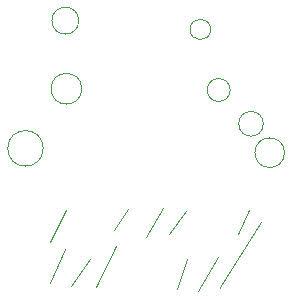
<source format=gto>
G04 #@! TF.GenerationSoftware,KiCad,Pcbnew,5.1.6-c6e7f7d~87~ubuntu18.04.1*
G04 #@! TF.CreationDate,2020-07-20T19:22:24+02:00*
G04 #@! TF.ProjectId,cloud-demo,636c6f75-642d-4646-956d-6f2e6b696361,rev?*
G04 #@! TF.SameCoordinates,Original*
G04 #@! TF.FileFunction,Legend,Top*
G04 #@! TF.FilePolarity,Positive*
%FSLAX46Y46*%
G04 Gerber Fmt 4.6, Leading zero omitted, Abs format (unit mm)*
G04 Created by KiCad (PCBNEW 5.1.6-c6e7f7d~87~ubuntu18.04.1) date 2020-07-20 19:22:24*
%MOMM*%
%LPD*%
G01*
G04 APERTURE LIST*
%ADD10C,0.120000*%
%ADD11C,0.010000*%
%ADD12O,1.800000X1.800000*%
%ADD13R,1.800000X1.800000*%
G04 APERTURE END LIST*
D10*
X142090960Y-84170000D02*
G75*
G03*
X142090960Y-84170000I-1250960J0D01*
G01*
X137490824Y-78860000D02*
G75*
G03*
X137490824Y-78860000I-970824J0D01*
G01*
X135844586Y-73730000D02*
G75*
G03*
X135844586Y-73730000I-874586J0D01*
G01*
X124674548Y-72990000D02*
G75*
G03*
X124674548Y-72990000I-1134548J0D01*
G01*
X124931730Y-78750000D02*
G75*
G03*
X124931730Y-78750000I-1301730J0D01*
G01*
X121663729Y-83800000D02*
G75*
G03*
X121663729Y-83800000I-1503729J0D01*
G01*
X140302017Y-81720000D02*
G75*
G03*
X140302017Y-81720000I-1042017J0D01*
G01*
X123630000Y-89060000D02*
X122230000Y-91740000D01*
X123550000Y-92350000D02*
X122200000Y-95240000D01*
X125630000Y-93130000D02*
X124060000Y-95490000D01*
X133820000Y-93130000D02*
X133030000Y-95740000D01*
X127850000Y-92100000D02*
X126170000Y-95560000D01*
X128850000Y-88910000D02*
X127700000Y-90700000D01*
X131780000Y-88880000D02*
X130350000Y-91270000D01*
X133750000Y-89090000D02*
X132350000Y-91090000D01*
X139080000Y-89020000D02*
X138180000Y-91090000D01*
X136470000Y-92990000D02*
X134790000Y-95890000D01*
X136650000Y-95560000D02*
X136650000Y-95600000D01*
X140080000Y-90020000D02*
X136650000Y-95560000D01*
%LPC*%
D11*
G36*
X137548996Y-69671742D02*
G01*
X138227108Y-69732416D01*
X138436524Y-69763274D01*
X139364180Y-69963460D01*
X140147210Y-70233775D01*
X140798634Y-70582534D01*
X141331474Y-71018051D01*
X141758750Y-71548643D01*
X142041799Y-72065561D01*
X142222459Y-72627748D01*
X142308133Y-73293214D01*
X142299552Y-74025553D01*
X142197446Y-74788360D01*
X142002547Y-75545228D01*
X141969987Y-75642582D01*
X141894329Y-75901568D01*
X141863068Y-76093551D01*
X141875225Y-76163513D01*
X141983298Y-76217393D01*
X142205470Y-76303279D01*
X142494171Y-76402810D01*
X142501402Y-76405175D01*
X143095031Y-76654464D01*
X143609386Y-76999522D01*
X144082993Y-77469202D01*
X144324732Y-77770636D01*
X144847172Y-78545683D01*
X145216594Y-79285299D01*
X145440099Y-80009154D01*
X145524787Y-80736919D01*
X145519038Y-81079237D01*
X145468490Y-81547531D01*
X145372359Y-81890181D01*
X145304171Y-82027160D01*
X145125778Y-82329513D01*
X145401703Y-82630753D01*
X145573589Y-82854241D01*
X145775986Y-83169946D01*
X145969586Y-83515819D01*
X145999140Y-83573840D01*
X146270142Y-84265644D01*
X146380143Y-84933419D01*
X146327933Y-85568450D01*
X146294660Y-85702533D01*
X146135629Y-86040404D01*
X145852629Y-86414819D01*
X145477188Y-86795286D01*
X145040834Y-87151310D01*
X144575097Y-87452397D01*
X144380145Y-87554249D01*
X144044201Y-87705269D01*
X143712246Y-87826196D01*
X143360336Y-87920173D01*
X142964528Y-87990342D01*
X142500879Y-88039846D01*
X141945446Y-88071827D01*
X141274284Y-88089430D01*
X140463452Y-88095795D01*
X140252688Y-88096000D01*
X138030271Y-88096000D01*
X137148635Y-88700455D01*
X136807361Y-88935627D01*
X136515214Y-89139178D01*
X136301617Y-89290450D01*
X136195993Y-89368787D01*
X136192911Y-89371444D01*
X136228773Y-89420088D01*
X136395031Y-89482053D01*
X136637411Y-89540005D01*
X136906692Y-89599485D01*
X137094179Y-89653324D01*
X137156000Y-89686460D01*
X137104375Y-89764729D01*
X136964119Y-89943927D01*
X136757160Y-90196724D01*
X136526312Y-90471257D01*
X135896625Y-91211624D01*
X136907312Y-91317353D01*
X137297699Y-91363005D01*
X137618005Y-91409626D01*
X137835627Y-91451816D01*
X137917957Y-91484174D01*
X137918000Y-91484752D01*
X137853321Y-91548884D01*
X137673390Y-91697373D01*
X137399366Y-91914245D01*
X137052407Y-92183528D01*
X136653671Y-92489249D01*
X136224318Y-92815434D01*
X135785506Y-93146111D01*
X135358393Y-93465308D01*
X134964138Y-93757051D01*
X134623900Y-94005367D01*
X134358837Y-94194284D01*
X134190107Y-94307829D01*
X134145725Y-94332484D01*
X134017174Y-94308226D01*
X133974530Y-94248003D01*
X133995319Y-94120496D01*
X134096355Y-93877777D01*
X134265390Y-93546477D01*
X134436160Y-93244386D01*
X134948020Y-92371667D01*
X134274409Y-92347082D01*
X133600799Y-92322498D01*
X134193066Y-91439738D01*
X134417727Y-91101771D01*
X134603255Y-90816744D01*
X134731631Y-90612769D01*
X134784840Y-90517963D01*
X134785334Y-90515531D01*
X134707800Y-90491961D01*
X134503619Y-90468684D01*
X134215415Y-90450426D01*
X134187247Y-90449209D01*
X133589161Y-90424333D01*
X134446283Y-89281333D01*
X135303404Y-88138333D01*
X131328962Y-88116344D01*
X127354519Y-88094354D01*
X126701115Y-88539677D01*
X126047710Y-88985000D01*
X126564188Y-89105555D01*
X126832085Y-89175210D01*
X127018771Y-89237360D01*
X127080658Y-89274889D01*
X127029023Y-89355254D01*
X126889139Y-89535417D01*
X126683530Y-89787100D01*
X126480325Y-90028611D01*
X126240909Y-90314676D01*
X126052310Y-90549497D01*
X125935680Y-90706097D01*
X125908833Y-90757484D01*
X125999184Y-90775968D01*
X126224158Y-90808739D01*
X126550101Y-90851207D01*
X126943358Y-90898783D01*
X126953667Y-90899987D01*
X127969667Y-91018560D01*
X126082585Y-92439850D01*
X125586061Y-92812238D01*
X125129622Y-93151558D01*
X124731856Y-93444230D01*
X124411355Y-93676673D01*
X124186708Y-93835307D01*
X124076504Y-93906549D01*
X124072466Y-93908355D01*
X123944108Y-93914734D01*
X123919461Y-93794590D01*
X123998978Y-93546286D01*
X124183112Y-93168189D01*
X124369945Y-92833282D01*
X124881537Y-91948333D01*
X124245435Y-91923605D01*
X123941621Y-91906710D01*
X123716762Y-91884518D01*
X123612193Y-91861339D01*
X123609334Y-91857283D01*
X123653845Y-91775161D01*
X123775366Y-91581007D01*
X123955877Y-91302943D01*
X124177361Y-90969092D01*
X124201510Y-90933063D01*
X124793687Y-90050438D01*
X123505685Y-90001000D01*
X124960573Y-88111022D01*
X122443453Y-88074906D01*
X121643550Y-88061862D01*
X120988817Y-88045503D01*
X120455091Y-88022088D01*
X120018208Y-87987877D01*
X119654005Y-87939129D01*
X119338319Y-87872102D01*
X119046987Y-87783057D01*
X118755846Y-87668252D01*
X118440733Y-87523946D01*
X118233000Y-87423067D01*
X117507491Y-86978512D01*
X116882730Y-86415168D01*
X116376414Y-85754294D01*
X116006242Y-85017144D01*
X115864974Y-84578815D01*
X115779462Y-84090158D01*
X115742067Y-83512852D01*
X115746491Y-83270000D01*
X117220964Y-83270000D01*
X117236276Y-83662205D01*
X117273159Y-84043190D01*
X117324202Y-84340405D01*
X117334216Y-84379032D01*
X117560375Y-84895308D01*
X117928339Y-85385363D01*
X118410580Y-85822372D01*
X118979572Y-86179510D01*
X119350699Y-86344122D01*
X119841667Y-86529667D01*
X130848334Y-86572000D01*
X132483213Y-86578257D01*
X133957558Y-86583767D01*
X135280163Y-86588464D01*
X136459827Y-86592278D01*
X137505345Y-86595144D01*
X138425515Y-86596993D01*
X139229132Y-86597757D01*
X139924993Y-86597370D01*
X140521896Y-86595765D01*
X141028636Y-86592872D01*
X141454011Y-86588626D01*
X141806817Y-86582958D01*
X142095850Y-86575802D01*
X142329907Y-86567089D01*
X142517785Y-86556752D01*
X142668281Y-86544724D01*
X142790191Y-86530937D01*
X142892311Y-86515323D01*
X142983439Y-86497816D01*
X143072371Y-86478348D01*
X143072879Y-86478233D01*
X143668557Y-86272824D01*
X144225443Y-85926877D01*
X144534026Y-85663558D01*
X144786412Y-85402537D01*
X144913452Y-85180886D01*
X144929880Y-84942836D01*
X144850431Y-84632617D01*
X144825502Y-84560318D01*
X144642017Y-84135817D01*
X144427227Y-83791881D01*
X144203390Y-83558883D01*
X144027695Y-83471705D01*
X143899470Y-83426354D01*
X143796513Y-83326535D01*
X143694546Y-83137231D01*
X143569289Y-82823425D01*
X143558893Y-82795544D01*
X143324906Y-82166345D01*
X143667419Y-81777230D01*
X143935701Y-81407864D01*
X144062957Y-81043443D01*
X144063417Y-80628635D01*
X144022803Y-80395497D01*
X143895141Y-79980876D01*
X143691566Y-79524771D01*
X143435883Y-79064971D01*
X143151896Y-78639269D01*
X142863412Y-78285457D01*
X142594235Y-78041324D01*
X142505727Y-77987092D01*
X142161667Y-77842689D01*
X141702856Y-77695873D01*
X141182994Y-77561482D01*
X140655783Y-77454349D01*
X140469545Y-77424580D01*
X140153118Y-77370730D01*
X139913316Y-77315482D01*
X139789421Y-77268425D01*
X139780667Y-77256429D01*
X139812027Y-77152820D01*
X139895766Y-76933920D01*
X140016368Y-76639565D01*
X140071986Y-76508381D01*
X140451019Y-75539901D01*
X140707678Y-74684439D01*
X140840022Y-73935978D01*
X140846108Y-73288499D01*
X140723995Y-72735984D01*
X140471740Y-72272413D01*
X140087402Y-71891768D01*
X139569040Y-71588031D01*
X138914710Y-71355183D01*
X138368950Y-71230050D01*
X137863164Y-71163810D01*
X137237940Y-71127025D01*
X136540427Y-71118767D01*
X135817771Y-71138107D01*
X135117122Y-71184118D01*
X134485626Y-71255873D01*
X134148333Y-71313115D01*
X132787958Y-71653186D01*
X131549796Y-72107566D01*
X130429349Y-72678235D01*
X129422115Y-73367174D01*
X129348714Y-73425512D01*
X128562334Y-74057177D01*
X128489592Y-73774088D01*
X128364366Y-73297165D01*
X128264282Y-72952751D01*
X128175707Y-72708522D01*
X128085008Y-72532154D01*
X127978551Y-72391322D01*
X127852099Y-72262618D01*
X127317748Y-71859768D01*
X126665692Y-71537774D01*
X125929382Y-71301170D01*
X125142269Y-71154487D01*
X124337803Y-71102255D01*
X123549436Y-71149006D01*
X122810618Y-71299271D01*
X122260451Y-71505161D01*
X121756548Y-71771390D01*
X121370736Y-72048431D01*
X121054191Y-72375609D01*
X120866573Y-72627769D01*
X120600601Y-73058527D01*
X120411463Y-73480771D01*
X120287821Y-73937409D01*
X120218340Y-74471348D01*
X120191681Y-75125496D01*
X120191058Y-75184333D01*
X120202272Y-75845619D01*
X120254291Y-76372216D01*
X120355125Y-76795561D01*
X120512783Y-77147091D01*
X120735273Y-77458245D01*
X120784670Y-77514434D01*
X121071408Y-77831820D01*
X120987381Y-78413076D01*
X120944882Y-78718631D01*
X120914103Y-78961867D01*
X120901682Y-79090321D01*
X120901677Y-79090553D01*
X120824999Y-79158134D01*
X120631925Y-79221652D01*
X120501160Y-79246583D01*
X119857590Y-79398579D01*
X119322365Y-79654002D01*
X118857160Y-80031651D01*
X118817070Y-80072637D01*
X118388784Y-80541689D01*
X118056269Y-80968470D01*
X117778660Y-81410733D01*
X117534732Y-81884892D01*
X117376337Y-82231618D01*
X117281845Y-82499045D01*
X117235382Y-82757241D01*
X117221077Y-83076271D01*
X117220964Y-83270000D01*
X115746491Y-83270000D01*
X115752898Y-82918309D01*
X115812065Y-82377938D01*
X115861245Y-82144836D01*
X116070588Y-81539412D01*
X116381263Y-80902848D01*
X116770157Y-80265834D01*
X117214156Y-79659060D01*
X117690146Y-79113214D01*
X118175015Y-78658987D01*
X118645649Y-78327069D01*
X118795396Y-78248900D01*
X119273125Y-78024320D01*
X119076267Y-77535660D01*
X118876832Y-76923272D01*
X118755812Y-76254576D01*
X118708310Y-75492976D01*
X118717375Y-74853953D01*
X118744538Y-74350454D01*
X118786814Y-73956779D01*
X118854106Y-73613498D01*
X118956313Y-73261179D01*
X119008550Y-73106260D01*
X119389501Y-72242293D01*
X119891971Y-71495870D01*
X120513606Y-70869082D01*
X121252053Y-70364018D01*
X122104958Y-69982770D01*
X122730982Y-69799617D01*
X123091645Y-69721053D01*
X123414832Y-69672664D01*
X123754764Y-69650481D01*
X124165660Y-69650531D01*
X124583000Y-69663953D01*
X125076139Y-69693781D01*
X125558376Y-69740778D01*
X125974142Y-69798628D01*
X126234000Y-69851674D01*
X126856359Y-70053510D01*
X127492466Y-70328627D01*
X128090375Y-70650493D01*
X128598140Y-70992578D01*
X128802883Y-71163733D01*
X129054395Y-71388623D01*
X129219399Y-71513101D01*
X129332933Y-71554651D01*
X129430037Y-71530759D01*
X129480216Y-71501737D01*
X130081026Y-71165862D01*
X130807064Y-70830284D01*
X131614995Y-70511435D01*
X132461484Y-70225748D01*
X133303195Y-69989654D01*
X133727000Y-69891430D01*
X134380301Y-69782339D01*
X135139738Y-69704448D01*
X135954724Y-69659134D01*
X136774672Y-69647773D01*
X137548996Y-69671742D01*
G37*
X137548996Y-69671742D02*
X138227108Y-69732416D01*
X138436524Y-69763274D01*
X139364180Y-69963460D01*
X140147210Y-70233775D01*
X140798634Y-70582534D01*
X141331474Y-71018051D01*
X141758750Y-71548643D01*
X142041799Y-72065561D01*
X142222459Y-72627748D01*
X142308133Y-73293214D01*
X142299552Y-74025553D01*
X142197446Y-74788360D01*
X142002547Y-75545228D01*
X141969987Y-75642582D01*
X141894329Y-75901568D01*
X141863068Y-76093551D01*
X141875225Y-76163513D01*
X141983298Y-76217393D01*
X142205470Y-76303279D01*
X142494171Y-76402810D01*
X142501402Y-76405175D01*
X143095031Y-76654464D01*
X143609386Y-76999522D01*
X144082993Y-77469202D01*
X144324732Y-77770636D01*
X144847172Y-78545683D01*
X145216594Y-79285299D01*
X145440099Y-80009154D01*
X145524787Y-80736919D01*
X145519038Y-81079237D01*
X145468490Y-81547531D01*
X145372359Y-81890181D01*
X145304171Y-82027160D01*
X145125778Y-82329513D01*
X145401703Y-82630753D01*
X145573589Y-82854241D01*
X145775986Y-83169946D01*
X145969586Y-83515819D01*
X145999140Y-83573840D01*
X146270142Y-84265644D01*
X146380143Y-84933419D01*
X146327933Y-85568450D01*
X146294660Y-85702533D01*
X146135629Y-86040404D01*
X145852629Y-86414819D01*
X145477188Y-86795286D01*
X145040834Y-87151310D01*
X144575097Y-87452397D01*
X144380145Y-87554249D01*
X144044201Y-87705269D01*
X143712246Y-87826196D01*
X143360336Y-87920173D01*
X142964528Y-87990342D01*
X142500879Y-88039846D01*
X141945446Y-88071827D01*
X141274284Y-88089430D01*
X140463452Y-88095795D01*
X140252688Y-88096000D01*
X138030271Y-88096000D01*
X137148635Y-88700455D01*
X136807361Y-88935627D01*
X136515214Y-89139178D01*
X136301617Y-89290450D01*
X136195993Y-89368787D01*
X136192911Y-89371444D01*
X136228773Y-89420088D01*
X136395031Y-89482053D01*
X136637411Y-89540005D01*
X136906692Y-89599485D01*
X137094179Y-89653324D01*
X137156000Y-89686460D01*
X137104375Y-89764729D01*
X136964119Y-89943927D01*
X136757160Y-90196724D01*
X136526312Y-90471257D01*
X135896625Y-91211624D01*
X136907312Y-91317353D01*
X137297699Y-91363005D01*
X137618005Y-91409626D01*
X137835627Y-91451816D01*
X137917957Y-91484174D01*
X137918000Y-91484752D01*
X137853321Y-91548884D01*
X137673390Y-91697373D01*
X137399366Y-91914245D01*
X137052407Y-92183528D01*
X136653671Y-92489249D01*
X136224318Y-92815434D01*
X135785506Y-93146111D01*
X135358393Y-93465308D01*
X134964138Y-93757051D01*
X134623900Y-94005367D01*
X134358837Y-94194284D01*
X134190107Y-94307829D01*
X134145725Y-94332484D01*
X134017174Y-94308226D01*
X133974530Y-94248003D01*
X133995319Y-94120496D01*
X134096355Y-93877777D01*
X134265390Y-93546477D01*
X134436160Y-93244386D01*
X134948020Y-92371667D01*
X134274409Y-92347082D01*
X133600799Y-92322498D01*
X134193066Y-91439738D01*
X134417727Y-91101771D01*
X134603255Y-90816744D01*
X134731631Y-90612769D01*
X134784840Y-90517963D01*
X134785334Y-90515531D01*
X134707800Y-90491961D01*
X134503619Y-90468684D01*
X134215415Y-90450426D01*
X134187247Y-90449209D01*
X133589161Y-90424333D01*
X134446283Y-89281333D01*
X135303404Y-88138333D01*
X131328962Y-88116344D01*
X127354519Y-88094354D01*
X126701115Y-88539677D01*
X126047710Y-88985000D01*
X126564188Y-89105555D01*
X126832085Y-89175210D01*
X127018771Y-89237360D01*
X127080658Y-89274889D01*
X127029023Y-89355254D01*
X126889139Y-89535417D01*
X126683530Y-89787100D01*
X126480325Y-90028611D01*
X126240909Y-90314676D01*
X126052310Y-90549497D01*
X125935680Y-90706097D01*
X125908833Y-90757484D01*
X125999184Y-90775968D01*
X126224158Y-90808739D01*
X126550101Y-90851207D01*
X126943358Y-90898783D01*
X126953667Y-90899987D01*
X127969667Y-91018560D01*
X126082585Y-92439850D01*
X125586061Y-92812238D01*
X125129622Y-93151558D01*
X124731856Y-93444230D01*
X124411355Y-93676673D01*
X124186708Y-93835307D01*
X124076504Y-93906549D01*
X124072466Y-93908355D01*
X123944108Y-93914734D01*
X123919461Y-93794590D01*
X123998978Y-93546286D01*
X124183112Y-93168189D01*
X124369945Y-92833282D01*
X124881537Y-91948333D01*
X124245435Y-91923605D01*
X123941621Y-91906710D01*
X123716762Y-91884518D01*
X123612193Y-91861339D01*
X123609334Y-91857283D01*
X123653845Y-91775161D01*
X123775366Y-91581007D01*
X123955877Y-91302943D01*
X124177361Y-90969092D01*
X124201510Y-90933063D01*
X124793687Y-90050438D01*
X123505685Y-90001000D01*
X124960573Y-88111022D01*
X122443453Y-88074906D01*
X121643550Y-88061862D01*
X120988817Y-88045503D01*
X120455091Y-88022088D01*
X120018208Y-87987877D01*
X119654005Y-87939129D01*
X119338319Y-87872102D01*
X119046987Y-87783057D01*
X118755846Y-87668252D01*
X118440733Y-87523946D01*
X118233000Y-87423067D01*
X117507491Y-86978512D01*
X116882730Y-86415168D01*
X116376414Y-85754294D01*
X116006242Y-85017144D01*
X115864974Y-84578815D01*
X115779462Y-84090158D01*
X115742067Y-83512852D01*
X115746491Y-83270000D01*
X117220964Y-83270000D01*
X117236276Y-83662205D01*
X117273159Y-84043190D01*
X117324202Y-84340405D01*
X117334216Y-84379032D01*
X117560375Y-84895308D01*
X117928339Y-85385363D01*
X118410580Y-85822372D01*
X118979572Y-86179510D01*
X119350699Y-86344122D01*
X119841667Y-86529667D01*
X130848334Y-86572000D01*
X132483213Y-86578257D01*
X133957558Y-86583767D01*
X135280163Y-86588464D01*
X136459827Y-86592278D01*
X137505345Y-86595144D01*
X138425515Y-86596993D01*
X139229132Y-86597757D01*
X139924993Y-86597370D01*
X140521896Y-86595765D01*
X141028636Y-86592872D01*
X141454011Y-86588626D01*
X141806817Y-86582958D01*
X142095850Y-86575802D01*
X142329907Y-86567089D01*
X142517785Y-86556752D01*
X142668281Y-86544724D01*
X142790191Y-86530937D01*
X142892311Y-86515323D01*
X142983439Y-86497816D01*
X143072371Y-86478348D01*
X143072879Y-86478233D01*
X143668557Y-86272824D01*
X144225443Y-85926877D01*
X144534026Y-85663558D01*
X144786412Y-85402537D01*
X144913452Y-85180886D01*
X144929880Y-84942836D01*
X144850431Y-84632617D01*
X144825502Y-84560318D01*
X144642017Y-84135817D01*
X144427227Y-83791881D01*
X144203390Y-83558883D01*
X144027695Y-83471705D01*
X143899470Y-83426354D01*
X143796513Y-83326535D01*
X143694546Y-83137231D01*
X143569289Y-82823425D01*
X143558893Y-82795544D01*
X143324906Y-82166345D01*
X143667419Y-81777230D01*
X143935701Y-81407864D01*
X144062957Y-81043443D01*
X144063417Y-80628635D01*
X144022803Y-80395497D01*
X143895141Y-79980876D01*
X143691566Y-79524771D01*
X143435883Y-79064971D01*
X143151896Y-78639269D01*
X142863412Y-78285457D01*
X142594235Y-78041324D01*
X142505727Y-77987092D01*
X142161667Y-77842689D01*
X141702856Y-77695873D01*
X141182994Y-77561482D01*
X140655783Y-77454349D01*
X140469545Y-77424580D01*
X140153118Y-77370730D01*
X139913316Y-77315482D01*
X139789421Y-77268425D01*
X139780667Y-77256429D01*
X139812027Y-77152820D01*
X139895766Y-76933920D01*
X140016368Y-76639565D01*
X140071986Y-76508381D01*
X140451019Y-75539901D01*
X140707678Y-74684439D01*
X140840022Y-73935978D01*
X140846108Y-73288499D01*
X140723995Y-72735984D01*
X140471740Y-72272413D01*
X140087402Y-71891768D01*
X139569040Y-71588031D01*
X138914710Y-71355183D01*
X138368950Y-71230050D01*
X137863164Y-71163810D01*
X137237940Y-71127025D01*
X136540427Y-71118767D01*
X135817771Y-71138107D01*
X135117122Y-71184118D01*
X134485626Y-71255873D01*
X134148333Y-71313115D01*
X132787958Y-71653186D01*
X131549796Y-72107566D01*
X130429349Y-72678235D01*
X129422115Y-73367174D01*
X129348714Y-73425512D01*
X128562334Y-74057177D01*
X128489592Y-73774088D01*
X128364366Y-73297165D01*
X128264282Y-72952751D01*
X128175707Y-72708522D01*
X128085008Y-72532154D01*
X127978551Y-72391322D01*
X127852099Y-72262618D01*
X127317748Y-71859768D01*
X126665692Y-71537774D01*
X125929382Y-71301170D01*
X125142269Y-71154487D01*
X124337803Y-71102255D01*
X123549436Y-71149006D01*
X122810618Y-71299271D01*
X122260451Y-71505161D01*
X121756548Y-71771390D01*
X121370736Y-72048431D01*
X121054191Y-72375609D01*
X120866573Y-72627769D01*
X120600601Y-73058527D01*
X120411463Y-73480771D01*
X120287821Y-73937409D01*
X120218340Y-74471348D01*
X120191681Y-75125496D01*
X120191058Y-75184333D01*
X120202272Y-75845619D01*
X120254291Y-76372216D01*
X120355125Y-76795561D01*
X120512783Y-77147091D01*
X120735273Y-77458245D01*
X120784670Y-77514434D01*
X121071408Y-77831820D01*
X120987381Y-78413076D01*
X120944882Y-78718631D01*
X120914103Y-78961867D01*
X120901682Y-79090321D01*
X120901677Y-79090553D01*
X120824999Y-79158134D01*
X120631925Y-79221652D01*
X120501160Y-79246583D01*
X119857590Y-79398579D01*
X119322365Y-79654002D01*
X118857160Y-80031651D01*
X118817070Y-80072637D01*
X118388784Y-80541689D01*
X118056269Y-80968470D01*
X117778660Y-81410733D01*
X117534732Y-81884892D01*
X117376337Y-82231618D01*
X117281845Y-82499045D01*
X117235382Y-82757241D01*
X117221077Y-83076271D01*
X117220964Y-83270000D01*
X115746491Y-83270000D01*
X115752898Y-82918309D01*
X115812065Y-82377938D01*
X115861245Y-82144836D01*
X116070588Y-81539412D01*
X116381263Y-80902848D01*
X116770157Y-80265834D01*
X117214156Y-79659060D01*
X117690146Y-79113214D01*
X118175015Y-78658987D01*
X118645649Y-78327069D01*
X118795396Y-78248900D01*
X119273125Y-78024320D01*
X119076267Y-77535660D01*
X118876832Y-76923272D01*
X118755812Y-76254576D01*
X118708310Y-75492976D01*
X118717375Y-74853953D01*
X118744538Y-74350454D01*
X118786814Y-73956779D01*
X118854106Y-73613498D01*
X118956313Y-73261179D01*
X119008550Y-73106260D01*
X119389501Y-72242293D01*
X119891971Y-71495870D01*
X120513606Y-70869082D01*
X121252053Y-70364018D01*
X122104958Y-69982770D01*
X122730982Y-69799617D01*
X123091645Y-69721053D01*
X123414832Y-69672664D01*
X123754764Y-69650481D01*
X124165660Y-69650531D01*
X124583000Y-69663953D01*
X125076139Y-69693781D01*
X125558376Y-69740778D01*
X125974142Y-69798628D01*
X126234000Y-69851674D01*
X126856359Y-70053510D01*
X127492466Y-70328627D01*
X128090375Y-70650493D01*
X128598140Y-70992578D01*
X128802883Y-71163733D01*
X129054395Y-71388623D01*
X129219399Y-71513101D01*
X129332933Y-71554651D01*
X129430037Y-71530759D01*
X129480216Y-71501737D01*
X130081026Y-71165862D01*
X130807064Y-70830284D01*
X131614995Y-70511435D01*
X132461484Y-70225748D01*
X133303195Y-69989654D01*
X133727000Y-69891430D01*
X134380301Y-69782339D01*
X135139738Y-69704448D01*
X135954724Y-69659134D01*
X136774672Y-69647773D01*
X137548996Y-69671742D01*
G36*
X131064839Y-82249825D02*
G01*
X131267612Y-82500158D01*
X131386579Y-82859140D01*
X131382204Y-83196777D01*
X131269644Y-83481366D01*
X131064054Y-83681203D01*
X130780593Y-83764584D01*
X130665143Y-83760313D01*
X130364649Y-83725232D01*
X130407935Y-84047949D01*
X130424173Y-84259697D01*
X130384938Y-84352061D01*
X130289944Y-84370667D01*
X130156528Y-84359940D01*
X130128667Y-84346282D01*
X130118811Y-84257847D01*
X130091959Y-84034834D01*
X130052183Y-83710686D01*
X130003556Y-83318842D01*
X130002343Y-83309115D01*
X129958377Y-82955086D01*
X130301877Y-82955086D01*
X130339930Y-83211621D01*
X130431048Y-83390952D01*
X130643981Y-83510832D01*
X130863606Y-83488881D01*
X130958400Y-83422400D01*
X131034072Y-83252697D01*
X131056778Y-82997667D01*
X131025250Y-82733232D01*
X130972355Y-82587100D01*
X130819654Y-82456965D01*
X130605953Y-82429795D01*
X130410885Y-82514234D01*
X130399600Y-82524933D01*
X130320825Y-82700254D01*
X130301877Y-82955086D01*
X129958377Y-82955086D01*
X129953491Y-82915748D01*
X129913310Y-82588963D01*
X129885898Y-82362324D01*
X129875355Y-82269396D01*
X129875343Y-82269107D01*
X129946281Y-82254969D01*
X130065167Y-82260751D01*
X130286634Y-82242567D01*
X130488500Y-82184239D01*
X130794447Y-82138149D01*
X131064839Y-82249825D01*
G37*
X131064839Y-82249825D02*
X131267612Y-82500158D01*
X131386579Y-82859140D01*
X131382204Y-83196777D01*
X131269644Y-83481366D01*
X131064054Y-83681203D01*
X130780593Y-83764584D01*
X130665143Y-83760313D01*
X130364649Y-83725232D01*
X130407935Y-84047949D01*
X130424173Y-84259697D01*
X130384938Y-84352061D01*
X130289944Y-84370667D01*
X130156528Y-84359940D01*
X130128667Y-84346282D01*
X130118811Y-84257847D01*
X130091959Y-84034834D01*
X130052183Y-83710686D01*
X130003556Y-83318842D01*
X130002343Y-83309115D01*
X129958377Y-82955086D01*
X130301877Y-82955086D01*
X130339930Y-83211621D01*
X130431048Y-83390952D01*
X130643981Y-83510832D01*
X130863606Y-83488881D01*
X130958400Y-83422400D01*
X131034072Y-83252697D01*
X131056778Y-82997667D01*
X131025250Y-82733232D01*
X130972355Y-82587100D01*
X130819654Y-82456965D01*
X130605953Y-82429795D01*
X130410885Y-82514234D01*
X130399600Y-82524933D01*
X130320825Y-82700254D01*
X130301877Y-82955086D01*
X129958377Y-82955086D01*
X129953491Y-82915748D01*
X129913310Y-82588963D01*
X129885898Y-82362324D01*
X129875355Y-82269396D01*
X129875343Y-82269107D01*
X129946281Y-82254969D01*
X130065167Y-82260751D01*
X130286634Y-82242567D01*
X130488500Y-82184239D01*
X130794447Y-82138149D01*
X131064839Y-82249825D01*
G36*
X129128901Y-82046745D02*
G01*
X129321630Y-82228412D01*
X129461937Y-82551757D01*
X129541612Y-83008327D01*
X129548577Y-83099220D01*
X129556715Y-83376153D01*
X129529968Y-83525141D01*
X129459673Y-83585532D01*
X129440451Y-83590281D01*
X129356537Y-83571519D01*
X129299165Y-83454497D01*
X129254966Y-83207473D01*
X129244921Y-83126061D01*
X129206534Y-82832994D01*
X129168294Y-82594719D01*
X129146747Y-82494655D01*
X129027084Y-82333838D01*
X128826485Y-82296607D01*
X128671555Y-82348181D01*
X128582643Y-82410762D01*
X128535853Y-82505823D01*
X128524185Y-82674655D01*
X128540640Y-82958551D01*
X128549609Y-83067544D01*
X128573052Y-83388554D01*
X128572013Y-83576330D01*
X128540705Y-83665938D01*
X128473340Y-83692443D01*
X128446315Y-83693333D01*
X128353234Y-83663441D01*
X128293424Y-83549526D01*
X128251586Y-83315235D01*
X128238507Y-83199499D01*
X128191244Y-82827886D01*
X128134433Y-82595301D01*
X128054063Y-82471499D01*
X127936121Y-82426233D01*
X127878921Y-82423333D01*
X127692920Y-82477186D01*
X127577490Y-82649154D01*
X127526158Y-82954848D01*
X127525613Y-83275777D01*
X127519390Y-83567630D01*
X127482283Y-83769966D01*
X127425555Y-83862082D01*
X127360469Y-83823278D01*
X127307939Y-83675854D01*
X127276504Y-83495706D01*
X127238821Y-83208320D01*
X127202935Y-82875190D01*
X127202232Y-82867877D01*
X127174223Y-82552369D01*
X127171205Y-82370027D01*
X127201555Y-82285497D01*
X127273647Y-82263429D01*
X127344898Y-82265721D01*
X127580656Y-82242041D01*
X127766349Y-82187980D01*
X128015159Y-82144763D01*
X128189682Y-82202449D01*
X128358278Y-82259199D01*
X128513065Y-82212836D01*
X128619024Y-82142259D01*
X128891962Y-82015210D01*
X129128901Y-82046745D01*
G37*
X129128901Y-82046745D02*
X129321630Y-82228412D01*
X129461937Y-82551757D01*
X129541612Y-83008327D01*
X129548577Y-83099220D01*
X129556715Y-83376153D01*
X129529968Y-83525141D01*
X129459673Y-83585532D01*
X129440451Y-83590281D01*
X129356537Y-83571519D01*
X129299165Y-83454497D01*
X129254966Y-83207473D01*
X129244921Y-83126061D01*
X129206534Y-82832994D01*
X129168294Y-82594719D01*
X129146747Y-82494655D01*
X129027084Y-82333838D01*
X128826485Y-82296607D01*
X128671555Y-82348181D01*
X128582643Y-82410762D01*
X128535853Y-82505823D01*
X128524185Y-82674655D01*
X128540640Y-82958551D01*
X128549609Y-83067544D01*
X128573052Y-83388554D01*
X128572013Y-83576330D01*
X128540705Y-83665938D01*
X128473340Y-83692443D01*
X128446315Y-83693333D01*
X128353234Y-83663441D01*
X128293424Y-83549526D01*
X128251586Y-83315235D01*
X128238507Y-83199499D01*
X128191244Y-82827886D01*
X128134433Y-82595301D01*
X128054063Y-82471499D01*
X127936121Y-82426233D01*
X127878921Y-82423333D01*
X127692920Y-82477186D01*
X127577490Y-82649154D01*
X127526158Y-82954848D01*
X127525613Y-83275777D01*
X127519390Y-83567630D01*
X127482283Y-83769966D01*
X127425555Y-83862082D01*
X127360469Y-83823278D01*
X127307939Y-83675854D01*
X127276504Y-83495706D01*
X127238821Y-83208320D01*
X127202935Y-82875190D01*
X127202232Y-82867877D01*
X127174223Y-82552369D01*
X127171205Y-82370027D01*
X127201555Y-82285497D01*
X127273647Y-82263429D01*
X127344898Y-82265721D01*
X127580656Y-82242041D01*
X127766349Y-82187980D01*
X128015159Y-82144763D01*
X128189682Y-82202449D01*
X128358278Y-82259199D01*
X128513065Y-82212836D01*
X128619024Y-82142259D01*
X128891962Y-82015210D01*
X129128901Y-82046745D01*
G36*
X137239944Y-82187800D02*
G01*
X137240667Y-82254000D01*
X137179937Y-82396605D01*
X137081700Y-82423333D01*
X136895335Y-82472574D01*
X136784274Y-82632420D01*
X136740940Y-82921054D01*
X136747793Y-83224686D01*
X136755315Y-83558701D01*
X136718542Y-83756315D01*
X136627177Y-83847009D01*
X136524983Y-83862667D01*
X136501907Y-83786692D01*
X136468808Y-83591444D01*
X136445377Y-83418167D01*
X136401334Y-83072352D01*
X136355110Y-82723306D01*
X136339069Y-82606367D01*
X136314120Y-82379434D01*
X136336206Y-82276436D01*
X136423914Y-82254381D01*
X136489101Y-82259344D01*
X136718157Y-82241943D01*
X136928679Y-82182143D01*
X137128610Y-82105506D01*
X137217280Y-82103917D01*
X137239944Y-82187800D01*
G37*
X137239944Y-82187800D02*
X137240667Y-82254000D01*
X137179937Y-82396605D01*
X137081700Y-82423333D01*
X136895335Y-82472574D01*
X136784274Y-82632420D01*
X136740940Y-82921054D01*
X136747793Y-83224686D01*
X136755315Y-83558701D01*
X136718542Y-83756315D01*
X136627177Y-83847009D01*
X136524983Y-83862667D01*
X136501907Y-83786692D01*
X136468808Y-83591444D01*
X136445377Y-83418167D01*
X136401334Y-83072352D01*
X136355110Y-82723306D01*
X136339069Y-82606367D01*
X136314120Y-82379434D01*
X136336206Y-82276436D01*
X136423914Y-82254381D01*
X136489101Y-82259344D01*
X136718157Y-82241943D01*
X136928679Y-82182143D01*
X137128610Y-82105506D01*
X137217280Y-82103917D01*
X137239944Y-82187800D01*
G36*
X124861973Y-82150321D02*
G01*
X125012047Y-82216810D01*
X125048667Y-82306203D01*
X124975271Y-82391963D01*
X124749571Y-82423108D01*
X124720367Y-82423333D01*
X124413560Y-82474081D01*
X124235252Y-82629991D01*
X124181995Y-82896565D01*
X124230139Y-83205210D01*
X124358347Y-83409706D01*
X124582837Y-83506893D01*
X124856838Y-83480070D01*
X124924887Y-83453271D01*
X125109109Y-83414154D01*
X125199548Y-83472651D01*
X125166389Y-83590215D01*
X125087753Y-83663844D01*
X124890550Y-83738376D01*
X124612757Y-83769993D01*
X124338961Y-83753084D01*
X124221385Y-83721333D01*
X124052674Y-83571598D01*
X123935684Y-83313382D01*
X123880306Y-83002287D01*
X123896429Y-82693916D01*
X123993944Y-82443872D01*
X123994127Y-82443610D01*
X124158275Y-82298511D01*
X124388614Y-82197227D01*
X124638671Y-82145811D01*
X124861973Y-82150321D01*
G37*
X124861973Y-82150321D02*
X125012047Y-82216810D01*
X125048667Y-82306203D01*
X124975271Y-82391963D01*
X124749571Y-82423108D01*
X124720367Y-82423333D01*
X124413560Y-82474081D01*
X124235252Y-82629991D01*
X124181995Y-82896565D01*
X124230139Y-83205210D01*
X124358347Y-83409706D01*
X124582837Y-83506893D01*
X124856838Y-83480070D01*
X124924887Y-83453271D01*
X125109109Y-83414154D01*
X125199548Y-83472651D01*
X125166389Y-83590215D01*
X125087753Y-83663844D01*
X124890550Y-83738376D01*
X124612757Y-83769993D01*
X124338961Y-83753084D01*
X124221385Y-83721333D01*
X124052674Y-83571598D01*
X123935684Y-83313382D01*
X123880306Y-83002287D01*
X123896429Y-82693916D01*
X123993944Y-82443872D01*
X123994127Y-82443610D01*
X124158275Y-82298511D01*
X124388614Y-82197227D01*
X124638671Y-82145811D01*
X124861973Y-82150321D01*
G36*
X126467446Y-82236420D02*
G01*
X126691214Y-82435851D01*
X126808407Y-82764885D01*
X126826667Y-83012659D01*
X126801315Y-83307687D01*
X126709921Y-83507187D01*
X126630710Y-83593908D01*
X126384710Y-83727524D01*
X126067915Y-83776085D01*
X125762193Y-83727809D01*
X125745385Y-83721333D01*
X125602613Y-83588918D01*
X125479302Y-83347671D01*
X125401436Y-83057971D01*
X125389934Y-82920433D01*
X125726000Y-82920433D01*
X125777592Y-83212068D01*
X125910129Y-83414562D01*
X126090251Y-83509384D01*
X126284601Y-83478002D01*
X126447578Y-83321298D01*
X126536037Y-83070949D01*
X126516296Y-82807670D01*
X126407085Y-82581814D01*
X126227134Y-82443735D01*
X126113567Y-82423333D01*
X125882426Y-82486208D01*
X125755455Y-82678464D01*
X125726000Y-82920433D01*
X125389934Y-82920433D01*
X125387334Y-82889356D01*
X125460671Y-82554428D01*
X125664643Y-82311409D01*
X125975189Y-82183335D01*
X126139340Y-82169333D01*
X126467446Y-82236420D01*
G37*
X126467446Y-82236420D02*
X126691214Y-82435851D01*
X126808407Y-82764885D01*
X126826667Y-83012659D01*
X126801315Y-83307687D01*
X126709921Y-83507187D01*
X126630710Y-83593908D01*
X126384710Y-83727524D01*
X126067915Y-83776085D01*
X125762193Y-83727809D01*
X125745385Y-83721333D01*
X125602613Y-83588918D01*
X125479302Y-83347671D01*
X125401436Y-83057971D01*
X125389934Y-82920433D01*
X125726000Y-82920433D01*
X125777592Y-83212068D01*
X125910129Y-83414562D01*
X126090251Y-83509384D01*
X126284601Y-83478002D01*
X126447578Y-83321298D01*
X126536037Y-83070949D01*
X126516296Y-82807670D01*
X126407085Y-82581814D01*
X126227134Y-82443735D01*
X126113567Y-82423333D01*
X125882426Y-82486208D01*
X125755455Y-82678464D01*
X125726000Y-82920433D01*
X125389934Y-82920433D01*
X125387334Y-82889356D01*
X125460671Y-82554428D01*
X125664643Y-82311409D01*
X125975189Y-82183335D01*
X126139340Y-82169333D01*
X126467446Y-82236420D01*
G36*
X132937628Y-82128085D02*
G01*
X132996715Y-82265452D01*
X133040092Y-82525161D01*
X133084402Y-82872836D01*
X133131022Y-83224640D01*
X133147619Y-83345553D01*
X133174266Y-83573992D01*
X133154760Y-83675393D01*
X133067787Y-83690223D01*
X132974400Y-83674408D01*
X132793355Y-83666635D01*
X132703983Y-83704688D01*
X132597946Y-83751213D01*
X132389984Y-83776483D01*
X132320683Y-83778000D01*
X132092659Y-83761441D01*
X131965598Y-83684318D01*
X131872242Y-83505459D01*
X131871176Y-83502833D01*
X131798058Y-83259334D01*
X131732865Y-82937073D01*
X131705423Y-82740833D01*
X131680393Y-82466074D01*
X131689211Y-82319558D01*
X131740116Y-82262142D01*
X131807912Y-82254000D01*
X131897535Y-82282687D01*
X131960580Y-82391542D01*
X132011227Y-82614760D01*
X132041485Y-82817244D01*
X132123983Y-83216462D01*
X132241779Y-83452838D01*
X132397513Y-83529685D01*
X132562834Y-83471324D01*
X132643292Y-83385121D01*
X132690105Y-83228021D01*
X132711396Y-82961698D01*
X132715186Y-82752444D01*
X132724783Y-82416961D01*
X132752575Y-82217929D01*
X132805396Y-82122848D01*
X132851914Y-82102181D01*
X132937628Y-82128085D01*
G37*
X132937628Y-82128085D02*
X132996715Y-82265452D01*
X133040092Y-82525161D01*
X133084402Y-82872836D01*
X133131022Y-83224640D01*
X133147619Y-83345553D01*
X133174266Y-83573992D01*
X133154760Y-83675393D01*
X133067787Y-83690223D01*
X132974400Y-83674408D01*
X132793355Y-83666635D01*
X132703983Y-83704688D01*
X132597946Y-83751213D01*
X132389984Y-83776483D01*
X132320683Y-83778000D01*
X132092659Y-83761441D01*
X131965598Y-83684318D01*
X131872242Y-83505459D01*
X131871176Y-83502833D01*
X131798058Y-83259334D01*
X131732865Y-82937073D01*
X131705423Y-82740833D01*
X131680393Y-82466074D01*
X131689211Y-82319558D01*
X131740116Y-82262142D01*
X131807912Y-82254000D01*
X131897535Y-82282687D01*
X131960580Y-82391542D01*
X132011227Y-82614760D01*
X132041485Y-82817244D01*
X132123983Y-83216462D01*
X132241779Y-83452838D01*
X132397513Y-83529685D01*
X132562834Y-83471324D01*
X132643292Y-83385121D01*
X132690105Y-83228021D01*
X132711396Y-82961698D01*
X132715186Y-82752444D01*
X132724783Y-82416961D01*
X132752575Y-82217929D01*
X132805396Y-82122848D01*
X132851914Y-82102181D01*
X132937628Y-82128085D01*
G36*
X133741504Y-81890535D02*
G01*
X133769334Y-82000000D01*
X133809249Y-82123947D01*
X133957766Y-82167586D01*
X134023334Y-82169333D01*
X134224986Y-82207197D01*
X134277334Y-82296333D01*
X134203733Y-82398476D01*
X134065667Y-82423333D01*
X133932360Y-82440268D01*
X133871305Y-82522060D01*
X133855311Y-82715186D01*
X133855156Y-82783167D01*
X133871318Y-83149324D01*
X133925728Y-83376114D01*
X134031562Y-83491640D01*
X134201997Y-83524000D01*
X134202542Y-83524000D01*
X134396908Y-83563144D01*
X134446667Y-83651000D01*
X134376208Y-83742455D01*
X134205060Y-83783245D01*
X133993568Y-83775073D01*
X133802075Y-83719640D01*
X133696212Y-83629833D01*
X133642314Y-83466213D01*
X133587386Y-83202045D01*
X133556477Y-82994833D01*
X133498160Y-82678465D01*
X133421495Y-82525218D01*
X133378578Y-82508000D01*
X133274849Y-82440016D01*
X133261334Y-82381000D01*
X133307051Y-82268328D01*
X133346000Y-82254000D01*
X133409646Y-82181544D01*
X133430667Y-82042333D01*
X133470354Y-81876352D01*
X133600000Y-81830667D01*
X133741504Y-81890535D01*
G37*
X133741504Y-81890535D02*
X133769334Y-82000000D01*
X133809249Y-82123947D01*
X133957766Y-82167586D01*
X134023334Y-82169333D01*
X134224986Y-82207197D01*
X134277334Y-82296333D01*
X134203733Y-82398476D01*
X134065667Y-82423333D01*
X133932360Y-82440268D01*
X133871305Y-82522060D01*
X133855311Y-82715186D01*
X133855156Y-82783167D01*
X133871318Y-83149324D01*
X133925728Y-83376114D01*
X134031562Y-83491640D01*
X134201997Y-83524000D01*
X134202542Y-83524000D01*
X134396908Y-83563144D01*
X134446667Y-83651000D01*
X134376208Y-83742455D01*
X134205060Y-83783245D01*
X133993568Y-83775073D01*
X133802075Y-83719640D01*
X133696212Y-83629833D01*
X133642314Y-83466213D01*
X133587386Y-83202045D01*
X133556477Y-82994833D01*
X133498160Y-82678465D01*
X133421495Y-82525218D01*
X133378578Y-82508000D01*
X133274849Y-82440016D01*
X133261334Y-82381000D01*
X133307051Y-82268328D01*
X133346000Y-82254000D01*
X133409646Y-82181544D01*
X133430667Y-82042333D01*
X133470354Y-81876352D01*
X133600000Y-81830667D01*
X133741504Y-81890535D01*
G36*
X135610231Y-82214777D02*
G01*
X135833632Y-82364171D01*
X135960747Y-82600605D01*
X136017762Y-82835834D01*
X135964769Y-82964425D01*
X135778513Y-83018027D01*
X135648170Y-83026017D01*
X135363846Y-83048176D01*
X135107779Y-83087909D01*
X135100590Y-83089517D01*
X134940461Y-83137113D01*
X134922207Y-83210515D01*
X135006283Y-83343102D01*
X135136706Y-83477730D01*
X135307103Y-83513520D01*
X135453027Y-83499611D01*
X135701614Y-83453765D01*
X135895595Y-83400739D01*
X135907167Y-83396284D01*
X136028735Y-83388288D01*
X136055334Y-83474704D01*
X135980288Y-83613594D01*
X135787566Y-83713181D01*
X135525786Y-83766085D01*
X135243568Y-83764930D01*
X134989530Y-83702336D01*
X134895318Y-83650737D01*
X134720340Y-83446639D01*
X134598672Y-83157381D01*
X134558539Y-82863597D01*
X134577271Y-82742162D01*
X134577490Y-82741751D01*
X134885219Y-82741751D01*
X134893337Y-82823627D01*
X135007086Y-82844488D01*
X135251551Y-82816091D01*
X135396453Y-82792764D01*
X135596647Y-82748191D01*
X135661275Y-82686418D01*
X135626307Y-82582029D01*
X135475452Y-82455010D01*
X135260058Y-82423041D01*
X135055339Y-82485553D01*
X134957646Y-82587100D01*
X134885219Y-82741751D01*
X134577490Y-82741751D01*
X134743117Y-82431592D01*
X135000127Y-82230698D01*
X135271325Y-82169333D01*
X135610231Y-82214777D01*
G37*
X135610231Y-82214777D02*
X135833632Y-82364171D01*
X135960747Y-82600605D01*
X136017762Y-82835834D01*
X135964769Y-82964425D01*
X135778513Y-83018027D01*
X135648170Y-83026017D01*
X135363846Y-83048176D01*
X135107779Y-83087909D01*
X135100590Y-83089517D01*
X134940461Y-83137113D01*
X134922207Y-83210515D01*
X135006283Y-83343102D01*
X135136706Y-83477730D01*
X135307103Y-83513520D01*
X135453027Y-83499611D01*
X135701614Y-83453765D01*
X135895595Y-83400739D01*
X135907167Y-83396284D01*
X136028735Y-83388288D01*
X136055334Y-83474704D01*
X135980288Y-83613594D01*
X135787566Y-83713181D01*
X135525786Y-83766085D01*
X135243568Y-83764930D01*
X134989530Y-83702336D01*
X134895318Y-83650737D01*
X134720340Y-83446639D01*
X134598672Y-83157381D01*
X134558539Y-82863597D01*
X134577271Y-82742162D01*
X134577490Y-82741751D01*
X134885219Y-82741751D01*
X134893337Y-82823627D01*
X135007086Y-82844488D01*
X135251551Y-82816091D01*
X135396453Y-82792764D01*
X135596647Y-82748191D01*
X135661275Y-82686418D01*
X135626307Y-82582029D01*
X135475452Y-82455010D01*
X135260058Y-82423041D01*
X135055339Y-82485553D01*
X134957646Y-82587100D01*
X134885219Y-82741751D01*
X134577490Y-82741751D01*
X134743117Y-82431592D01*
X135000127Y-82230698D01*
X135271325Y-82169333D01*
X135610231Y-82214777D01*
G36*
X127972557Y-78929916D02*
G01*
X128201575Y-79121272D01*
X128333702Y-79400067D01*
X128350667Y-79557981D01*
X128350667Y-79815852D01*
X127758000Y-79756333D01*
X127441360Y-79730379D01*
X127259205Y-79734140D01*
X127178732Y-79771101D01*
X127165334Y-79819285D01*
X127241385Y-80015822D01*
X127441871Y-80154649D01*
X127725292Y-80211807D01*
X127838439Y-80207892D01*
X128061096Y-80199225D01*
X128160944Y-80239961D01*
X128181334Y-80325596D01*
X128152449Y-80416372D01*
X128039668Y-80461865D01*
X127803800Y-80475786D01*
X127751487Y-80476000D01*
X127465057Y-80458968D01*
X127267426Y-80388166D01*
X127079797Y-80234033D01*
X127063554Y-80217913D01*
X126898681Y-80027926D01*
X126838211Y-79854762D01*
X126852077Y-79612328D01*
X126920632Y-79394463D01*
X127214034Y-79394463D01*
X127275763Y-79450232D01*
X127471662Y-79481823D01*
X127482597Y-79482975D01*
X127719627Y-79508560D01*
X127889965Y-79528333D01*
X127906167Y-79530434D01*
X128002752Y-79478226D01*
X128012000Y-79434600D01*
X127941540Y-79260745D01*
X127769423Y-79152271D01*
X127554546Y-79120741D01*
X127355806Y-79177717D01*
X127252743Y-79285542D01*
X127214034Y-79394463D01*
X126920632Y-79394463D01*
X126961242Y-79265407D01*
X127114282Y-79049233D01*
X127387897Y-78877020D01*
X127687660Y-78842873D01*
X127972557Y-78929916D01*
G37*
X127972557Y-78929916D02*
X128201575Y-79121272D01*
X128333702Y-79400067D01*
X128350667Y-79557981D01*
X128350667Y-79815852D01*
X127758000Y-79756333D01*
X127441360Y-79730379D01*
X127259205Y-79734140D01*
X127178732Y-79771101D01*
X127165334Y-79819285D01*
X127241385Y-80015822D01*
X127441871Y-80154649D01*
X127725292Y-80211807D01*
X127838439Y-80207892D01*
X128061096Y-80199225D01*
X128160944Y-80239961D01*
X128181334Y-80325596D01*
X128152449Y-80416372D01*
X128039668Y-80461865D01*
X127803800Y-80475786D01*
X127751487Y-80476000D01*
X127465057Y-80458968D01*
X127267426Y-80388166D01*
X127079797Y-80234033D01*
X127063554Y-80217913D01*
X126898681Y-80027926D01*
X126838211Y-79854762D01*
X126852077Y-79612328D01*
X126920632Y-79394463D01*
X127214034Y-79394463D01*
X127275763Y-79450232D01*
X127471662Y-79481823D01*
X127482597Y-79482975D01*
X127719627Y-79508560D01*
X127889965Y-79528333D01*
X127906167Y-79530434D01*
X128002752Y-79478226D01*
X128012000Y-79434600D01*
X127941540Y-79260745D01*
X127769423Y-79152271D01*
X127554546Y-79120741D01*
X127355806Y-79177717D01*
X127252743Y-79285542D01*
X127214034Y-79394463D01*
X126920632Y-79394463D01*
X126961242Y-79265407D01*
X127114282Y-79049233D01*
X127387897Y-78877020D01*
X127687660Y-78842873D01*
X127972557Y-78929916D01*
G36*
X130326087Y-78865357D02*
G01*
X130497755Y-78960489D01*
X130552000Y-79076904D01*
X130542130Y-79175208D01*
X130481587Y-79196439D01*
X130323975Y-79147090D01*
X130249996Y-79119177D01*
X130009505Y-79071177D01*
X129812072Y-79105231D01*
X129709887Y-79209401D01*
X129705334Y-79243767D01*
X129776495Y-79346232D01*
X129950783Y-79451266D01*
X129980500Y-79463672D01*
X130329237Y-79645513D01*
X130515283Y-79848247D01*
X130536501Y-80067396D01*
X130390755Y-80298481D01*
X130382667Y-80306667D01*
X130128841Y-80444512D01*
X129787929Y-80450550D01*
X129514834Y-80377593D01*
X129347467Y-80276883D01*
X129282000Y-80163432D01*
X129319397Y-80078977D01*
X129458065Y-80084561D01*
X129514834Y-80099193D01*
X129866397Y-80167394D01*
X130097330Y-80145430D01*
X130194859Y-80037681D01*
X130151559Y-79914821D01*
X129962124Y-79784315D01*
X129837351Y-79724942D01*
X129563620Y-79560218D01*
X129445449Y-79361417D01*
X129469129Y-79099061D01*
X129501842Y-79003561D01*
X129623062Y-78883834D01*
X129836001Y-78823347D01*
X130087922Y-78818416D01*
X130326087Y-78865357D01*
G37*
X130326087Y-78865357D02*
X130497755Y-78960489D01*
X130552000Y-79076904D01*
X130542130Y-79175208D01*
X130481587Y-79196439D01*
X130323975Y-79147090D01*
X130249996Y-79119177D01*
X130009505Y-79071177D01*
X129812072Y-79105231D01*
X129709887Y-79209401D01*
X129705334Y-79243767D01*
X129776495Y-79346232D01*
X129950783Y-79451266D01*
X129980500Y-79463672D01*
X130329237Y-79645513D01*
X130515283Y-79848247D01*
X130536501Y-80067396D01*
X130390755Y-80298481D01*
X130382667Y-80306667D01*
X130128841Y-80444512D01*
X129787929Y-80450550D01*
X129514834Y-80377593D01*
X129347467Y-80276883D01*
X129282000Y-80163432D01*
X129319397Y-80078977D01*
X129458065Y-80084561D01*
X129514834Y-80099193D01*
X129866397Y-80167394D01*
X130097330Y-80145430D01*
X130194859Y-80037681D01*
X130151559Y-79914821D01*
X129962124Y-79784315D01*
X129837351Y-79724942D01*
X129563620Y-79560218D01*
X129445449Y-79361417D01*
X129469129Y-79099061D01*
X129501842Y-79003561D01*
X129623062Y-78883834D01*
X129836001Y-78823347D01*
X130087922Y-78818416D01*
X130326087Y-78865357D01*
G36*
X131948329Y-78918566D02*
G01*
X132177622Y-79106541D01*
X132311285Y-79386932D01*
X132330000Y-79557981D01*
X132330000Y-79815852D01*
X131737334Y-79756333D01*
X131420693Y-79730379D01*
X131238538Y-79734140D01*
X131158065Y-79771101D01*
X131144667Y-79819285D01*
X131220718Y-80015822D01*
X131421204Y-80154649D01*
X131704625Y-80211807D01*
X131817772Y-80207892D01*
X132040429Y-80199225D01*
X132140278Y-80239961D01*
X132160667Y-80325596D01*
X132089194Y-80434453D01*
X131906195Y-80486498D01*
X131658802Y-80484097D01*
X131394144Y-80429614D01*
X131159354Y-80325414D01*
X131085888Y-80271664D01*
X130929276Y-80102128D01*
X130860741Y-79904832D01*
X130848334Y-79680921D01*
X130874692Y-79391298D01*
X130880880Y-79378331D01*
X131241628Y-79378331D01*
X131282559Y-79426925D01*
X131402162Y-79463320D01*
X131633245Y-79498965D01*
X131891389Y-79531117D01*
X131972518Y-79474802D01*
X131976055Y-79354167D01*
X131931539Y-79229160D01*
X131812516Y-79174463D01*
X131611493Y-79163667D01*
X131371899Y-79186033D01*
X131261537Y-79262309D01*
X131246558Y-79306088D01*
X131241628Y-79378331D01*
X130880880Y-79378331D01*
X130974626Y-79181904D01*
X131078858Y-79063991D01*
X131359727Y-78881806D01*
X131662624Y-78838493D01*
X131948329Y-78918566D01*
G37*
X131948329Y-78918566D02*
X132177622Y-79106541D01*
X132311285Y-79386932D01*
X132330000Y-79557981D01*
X132330000Y-79815852D01*
X131737334Y-79756333D01*
X131420693Y-79730379D01*
X131238538Y-79734140D01*
X131158065Y-79771101D01*
X131144667Y-79819285D01*
X131220718Y-80015822D01*
X131421204Y-80154649D01*
X131704625Y-80211807D01*
X131817772Y-80207892D01*
X132040429Y-80199225D01*
X132140278Y-80239961D01*
X132160667Y-80325596D01*
X132089194Y-80434453D01*
X131906195Y-80486498D01*
X131658802Y-80484097D01*
X131394144Y-80429614D01*
X131159354Y-80325414D01*
X131085888Y-80271664D01*
X130929276Y-80102128D01*
X130860741Y-79904832D01*
X130848334Y-79680921D01*
X130874692Y-79391298D01*
X130880880Y-79378331D01*
X131241628Y-79378331D01*
X131282559Y-79426925D01*
X131402162Y-79463320D01*
X131633245Y-79498965D01*
X131891389Y-79531117D01*
X131972518Y-79474802D01*
X131976055Y-79354167D01*
X131931539Y-79229160D01*
X131812516Y-79174463D01*
X131611493Y-79163667D01*
X131371899Y-79186033D01*
X131261537Y-79262309D01*
X131246558Y-79306088D01*
X131241628Y-79378331D01*
X130880880Y-79378331D01*
X130974626Y-79181904D01*
X131078858Y-79063991D01*
X131359727Y-78881806D01*
X131662624Y-78838493D01*
X131948329Y-78918566D01*
G36*
X134154410Y-78820178D02*
G01*
X134367196Y-78889941D01*
X134496071Y-78987342D01*
X134503910Y-79002656D01*
X134522789Y-79142330D01*
X134423112Y-79175071D01*
X134235560Y-79121546D01*
X133991981Y-79071841D01*
X133792971Y-79104393D01*
X133689588Y-79207875D01*
X133684667Y-79243767D01*
X133755828Y-79346232D01*
X133930117Y-79451266D01*
X133959834Y-79463672D01*
X134306560Y-79644048D01*
X134492594Y-79850130D01*
X134531334Y-80018655D01*
X134458393Y-80243029D01*
X134262252Y-80392740D01*
X133976935Y-80456014D01*
X133636462Y-80421077D01*
X133494167Y-80377593D01*
X133326800Y-80276883D01*
X133261334Y-80163432D01*
X133298730Y-80078977D01*
X133437398Y-80084561D01*
X133494167Y-80099193D01*
X133845730Y-80167394D01*
X134076664Y-80145430D01*
X134174193Y-80037681D01*
X134130892Y-79914821D01*
X133941458Y-79784315D01*
X133816685Y-79724942D01*
X133581612Y-79607047D01*
X133466868Y-79496513D01*
X133431768Y-79348276D01*
X133430667Y-79297379D01*
X133502483Y-79035363D01*
X133698225Y-78864364D01*
X133988334Y-78803871D01*
X134154410Y-78820178D01*
G37*
X134154410Y-78820178D02*
X134367196Y-78889941D01*
X134496071Y-78987342D01*
X134503910Y-79002656D01*
X134522789Y-79142330D01*
X134423112Y-79175071D01*
X134235560Y-79121546D01*
X133991981Y-79071841D01*
X133792971Y-79104393D01*
X133689588Y-79207875D01*
X133684667Y-79243767D01*
X133755828Y-79346232D01*
X133930117Y-79451266D01*
X133959834Y-79463672D01*
X134306560Y-79644048D01*
X134492594Y-79850130D01*
X134531334Y-80018655D01*
X134458393Y-80243029D01*
X134262252Y-80392740D01*
X133976935Y-80456014D01*
X133636462Y-80421077D01*
X133494167Y-80377593D01*
X133326800Y-80276883D01*
X133261334Y-80163432D01*
X133298730Y-80078977D01*
X133437398Y-80084561D01*
X133494167Y-80099193D01*
X133845730Y-80167394D01*
X134076664Y-80145430D01*
X134174193Y-80037681D01*
X134130892Y-79914821D01*
X133941458Y-79784315D01*
X133816685Y-79724942D01*
X133581612Y-79607047D01*
X133466868Y-79496513D01*
X133431768Y-79348276D01*
X133430667Y-79297379D01*
X133502483Y-79035363D01*
X133698225Y-78864364D01*
X133988334Y-78803871D01*
X134154410Y-78820178D01*
G36*
X129076811Y-78225672D02*
G01*
X129112789Y-78380500D01*
X129103946Y-78541441D01*
X129079963Y-78826158D01*
X129044817Y-79190177D01*
X129014319Y-79481167D01*
X128966977Y-79887120D01*
X128924871Y-80152673D01*
X128880066Y-80306248D01*
X128824626Y-80376266D01*
X128760197Y-80391333D01*
X128630284Y-80362572D01*
X128604905Y-80327833D01*
X128614786Y-80202945D01*
X128640546Y-79955301D01*
X128676913Y-79630152D01*
X128718611Y-79272748D01*
X128760365Y-78928340D01*
X128796902Y-78642179D01*
X128822026Y-78465167D01*
X128889907Y-78274838D01*
X128988691Y-78190971D01*
X129076811Y-78225672D01*
G37*
X129076811Y-78225672D02*
X129112789Y-78380500D01*
X129103946Y-78541441D01*
X129079963Y-78826158D01*
X129044817Y-79190177D01*
X129014319Y-79481167D01*
X128966977Y-79887120D01*
X128924871Y-80152673D01*
X128880066Y-80306248D01*
X128824626Y-80376266D01*
X128760197Y-80391333D01*
X128630284Y-80362572D01*
X128604905Y-80327833D01*
X128614786Y-80202945D01*
X128640546Y-79955301D01*
X128676913Y-79630152D01*
X128718611Y-79272748D01*
X128760365Y-78928340D01*
X128796902Y-78642179D01*
X128822026Y-78465167D01*
X128889907Y-78274838D01*
X128988691Y-78190971D01*
X129076811Y-78225672D01*
G36*
X133050146Y-78348192D02*
G01*
X133090065Y-78529290D01*
X133089938Y-78758745D01*
X133044363Y-78977340D01*
X133040608Y-78987408D01*
X132939748Y-79104368D01*
X132821006Y-79102004D01*
X132754490Y-78986373D01*
X132753334Y-78962583D01*
X132778060Y-78676201D01*
X132841733Y-78437294D01*
X132928591Y-78294647D01*
X132975584Y-78274667D01*
X133050146Y-78348192D01*
G37*
X133050146Y-78348192D02*
X133090065Y-78529290D01*
X133089938Y-78758745D01*
X133044363Y-78977340D01*
X133040608Y-78987408D01*
X132939748Y-79104368D01*
X132821006Y-79102004D01*
X132754490Y-78986373D01*
X132753334Y-78962583D01*
X132778060Y-78676201D01*
X132841733Y-78437294D01*
X132928591Y-78294647D01*
X132975584Y-78274667D01*
X133050146Y-78348192D01*
G36*
X126974655Y-75457542D02*
G01*
X127199974Y-75644830D01*
X127321277Y-75961855D01*
X127341346Y-76412000D01*
X127250614Y-76707376D01*
X127042478Y-76917226D01*
X126756455Y-77019662D01*
X126432060Y-76992794D01*
X126347582Y-76962464D01*
X126096882Y-76771538D01*
X125948088Y-76475313D01*
X125924423Y-76173335D01*
X126233178Y-76173335D01*
X126267868Y-76458833D01*
X126321646Y-76586899D01*
X126475259Y-76725516D01*
X126681379Y-76739089D01*
X126883110Y-76631827D01*
X126961048Y-76539617D01*
X127047849Y-76294584D01*
X127031568Y-76033933D01*
X126929936Y-75808870D01*
X126760683Y-75670602D01*
X126653014Y-75650000D01*
X126441871Y-75723341D01*
X126296552Y-75912978D01*
X126233178Y-76173335D01*
X125924423Y-76173335D01*
X125919928Y-76115987D01*
X125932702Y-76027688D01*
X126060904Y-75681624D01*
X126290388Y-75471220D01*
X126621460Y-75396203D01*
X126642575Y-75396000D01*
X126974655Y-75457542D01*
G37*
X126974655Y-75457542D02*
X127199974Y-75644830D01*
X127321277Y-75961855D01*
X127341346Y-76412000D01*
X127250614Y-76707376D01*
X127042478Y-76917226D01*
X126756455Y-77019662D01*
X126432060Y-76992794D01*
X126347582Y-76962464D01*
X126096882Y-76771538D01*
X125948088Y-76475313D01*
X125924423Y-76173335D01*
X126233178Y-76173335D01*
X126267868Y-76458833D01*
X126321646Y-76586899D01*
X126475259Y-76725516D01*
X126681379Y-76739089D01*
X126883110Y-76631827D01*
X126961048Y-76539617D01*
X127047849Y-76294584D01*
X127031568Y-76033933D01*
X126929936Y-75808870D01*
X126760683Y-75670602D01*
X126653014Y-75650000D01*
X126441871Y-75723341D01*
X126296552Y-75912978D01*
X126233178Y-76173335D01*
X125924423Y-76173335D01*
X125919928Y-76115987D01*
X125932702Y-76027688D01*
X126060904Y-75681624D01*
X126290388Y-75471220D01*
X126621460Y-75396203D01*
X126642575Y-75396000D01*
X126974655Y-75457542D01*
G36*
X129775330Y-75448455D02*
G01*
X129927666Y-75616015D01*
X130014657Y-75913975D01*
X130043914Y-76357627D01*
X130044000Y-76388505D01*
X130039609Y-76707688D01*
X130020076Y-76893078D01*
X129975866Y-76980121D01*
X129897442Y-77004265D01*
X129878228Y-77004667D01*
X129793661Y-76987569D01*
X129741074Y-76913450D01*
X129710528Y-76748072D01*
X129692082Y-76457196D01*
X129687728Y-76348500D01*
X129670972Y-76015842D01*
X129644488Y-75816445D01*
X129597447Y-75714237D01*
X129519022Y-75673149D01*
X129483053Y-75666661D01*
X129263764Y-75694213D01*
X129118651Y-75856329D01*
X129042701Y-76161755D01*
X129028000Y-76460381D01*
X129019358Y-76767137D01*
X128988508Y-76936853D01*
X128928067Y-77001175D01*
X128901000Y-77004667D01*
X128821463Y-76958708D01*
X128779129Y-76800530D01*
X128765561Y-76560167D01*
X128739748Y-76137082D01*
X128676766Y-75860153D01*
X128569646Y-75708913D01*
X128461204Y-75666349D01*
X128258784Y-75712046D01*
X128111963Y-75905447D01*
X128028542Y-76231808D01*
X128012000Y-76515505D01*
X128001568Y-76804237D01*
X127964741Y-76956551D01*
X127893226Y-77004393D01*
X127885000Y-77004667D01*
X127824460Y-76975880D01*
X127786148Y-76870596D01*
X127765582Y-76660428D01*
X127758279Y-76316989D01*
X127758000Y-76200333D01*
X127762545Y-75816915D01*
X127779169Y-75574273D01*
X127812354Y-75444019D01*
X127866581Y-75397769D01*
X127885000Y-75396000D01*
X127997647Y-75443294D01*
X128012000Y-75483645D01*
X128063828Y-75528045D01*
X128175767Y-75483645D01*
X128437206Y-75404268D01*
X128691077Y-75422149D01*
X128857376Y-75521444D01*
X128953656Y-75601913D01*
X129066861Y-75570143D01*
X129140581Y-75521444D01*
X129366359Y-75423742D01*
X129550038Y-75396000D01*
X129775330Y-75448455D01*
G37*
X129775330Y-75448455D02*
X129927666Y-75616015D01*
X130014657Y-75913975D01*
X130043914Y-76357627D01*
X130044000Y-76388505D01*
X130039609Y-76707688D01*
X130020076Y-76893078D01*
X129975866Y-76980121D01*
X129897442Y-77004265D01*
X129878228Y-77004667D01*
X129793661Y-76987569D01*
X129741074Y-76913450D01*
X129710528Y-76748072D01*
X129692082Y-76457196D01*
X129687728Y-76348500D01*
X129670972Y-76015842D01*
X129644488Y-75816445D01*
X129597447Y-75714237D01*
X129519022Y-75673149D01*
X129483053Y-75666661D01*
X129263764Y-75694213D01*
X129118651Y-75856329D01*
X129042701Y-76161755D01*
X129028000Y-76460381D01*
X129019358Y-76767137D01*
X128988508Y-76936853D01*
X128928067Y-77001175D01*
X128901000Y-77004667D01*
X128821463Y-76958708D01*
X128779129Y-76800530D01*
X128765561Y-76560167D01*
X128739748Y-76137082D01*
X128676766Y-75860153D01*
X128569646Y-75708913D01*
X128461204Y-75666349D01*
X128258784Y-75712046D01*
X128111963Y-75905447D01*
X128028542Y-76231808D01*
X128012000Y-76515505D01*
X128001568Y-76804237D01*
X127964741Y-76956551D01*
X127893226Y-77004393D01*
X127885000Y-77004667D01*
X127824460Y-76975880D01*
X127786148Y-76870596D01*
X127765582Y-76660428D01*
X127758279Y-76316989D01*
X127758000Y-76200333D01*
X127762545Y-75816915D01*
X127779169Y-75574273D01*
X127812354Y-75444019D01*
X127866581Y-75397769D01*
X127885000Y-75396000D01*
X127997647Y-75443294D01*
X128012000Y-75483645D01*
X128063828Y-75528045D01*
X128175767Y-75483645D01*
X128437206Y-75404268D01*
X128691077Y-75422149D01*
X128857376Y-75521444D01*
X128953656Y-75601913D01*
X129066861Y-75570143D01*
X129140581Y-75521444D01*
X129366359Y-75423742D01*
X129550038Y-75396000D01*
X129775330Y-75448455D01*
G36*
X133220438Y-75444560D02*
G01*
X133438202Y-75653640D01*
X133563732Y-75955401D01*
X133573336Y-76324737D01*
X133556847Y-76415733D01*
X133417980Y-76723561D01*
X133185294Y-76924831D01*
X132899601Y-77006454D01*
X132601711Y-76955343D01*
X132368485Y-76796848D01*
X132229897Y-76612885D01*
X132170826Y-76384944D01*
X132163360Y-76183015D01*
X132163439Y-76182303D01*
X132441497Y-76182303D01*
X132483941Y-76435941D01*
X132604036Y-76629691D01*
X132776563Y-76734572D01*
X132976306Y-76721603D01*
X133128286Y-76617619D01*
X133232254Y-76412406D01*
X133256258Y-76133877D01*
X133195877Y-75860265D01*
X133173688Y-75813767D01*
X133011259Y-75678311D01*
X132845293Y-75650000D01*
X132647748Y-75692487D01*
X132522946Y-75850182D01*
X132501919Y-75897758D01*
X132441497Y-76182303D01*
X132163439Y-76182303D01*
X132204048Y-75818369D01*
X132332965Y-75574681D01*
X132569070Y-75418396D01*
X132602980Y-75404879D01*
X132934133Y-75353270D01*
X133220438Y-75444560D01*
G37*
X133220438Y-75444560D02*
X133438202Y-75653640D01*
X133563732Y-75955401D01*
X133573336Y-76324737D01*
X133556847Y-76415733D01*
X133417980Y-76723561D01*
X133185294Y-76924831D01*
X132899601Y-77006454D01*
X132601711Y-76955343D01*
X132368485Y-76796848D01*
X132229897Y-76612885D01*
X132170826Y-76384944D01*
X132163360Y-76183015D01*
X132163439Y-76182303D01*
X132441497Y-76182303D01*
X132483941Y-76435941D01*
X132604036Y-76629691D01*
X132776563Y-76734572D01*
X132976306Y-76721603D01*
X133128286Y-76617619D01*
X133232254Y-76412406D01*
X133256258Y-76133877D01*
X133195877Y-75860265D01*
X133173688Y-75813767D01*
X133011259Y-75678311D01*
X132845293Y-75650000D01*
X132647748Y-75692487D01*
X132522946Y-75850182D01*
X132501919Y-75897758D01*
X132441497Y-76182303D01*
X132163439Y-76182303D01*
X132204048Y-75818369D01*
X132332965Y-75574681D01*
X132569070Y-75418396D01*
X132602980Y-75404879D01*
X132934133Y-75353270D01*
X133220438Y-75444560D01*
G36*
X134998044Y-75437064D02*
G01*
X135077406Y-75511042D01*
X135189259Y-75640530D01*
X135254273Y-75783059D01*
X135284805Y-75987907D01*
X135293215Y-76304350D01*
X135293334Y-76372026D01*
X135289039Y-76699789D01*
X135270969Y-76890720D01*
X135231342Y-76977214D01*
X135162377Y-76991664D01*
X135145167Y-76988910D01*
X135064961Y-76943338D01*
X135011733Y-76820935D01*
X134975755Y-76587874D01*
X134954667Y-76326535D01*
X134929637Y-76002999D01*
X134898416Y-75811516D01*
X134846326Y-75715022D01*
X134758686Y-75676448D01*
X134693420Y-75666886D01*
X134501581Y-75679797D01*
X134374932Y-75787599D01*
X134299730Y-76014033D01*
X134262231Y-76382840D01*
X134260672Y-76414396D01*
X134237365Y-76722502D01*
X134196478Y-76897644D01*
X134127043Y-76976065D01*
X134086834Y-76988858D01*
X134018044Y-76985812D01*
X133974425Y-76925274D01*
X133950392Y-76777711D01*
X133940362Y-76513591D01*
X133938667Y-76205196D01*
X133938667Y-75393310D01*
X134171500Y-75406447D01*
X134441566Y-75392978D01*
X134632906Y-75357349D01*
X134825532Y-75341961D01*
X134998044Y-75437064D01*
G37*
X134998044Y-75437064D02*
X135077406Y-75511042D01*
X135189259Y-75640530D01*
X135254273Y-75783059D01*
X135284805Y-75987907D01*
X135293215Y-76304350D01*
X135293334Y-76372026D01*
X135289039Y-76699789D01*
X135270969Y-76890720D01*
X135231342Y-76977214D01*
X135162377Y-76991664D01*
X135145167Y-76988910D01*
X135064961Y-76943338D01*
X135011733Y-76820935D01*
X134975755Y-76587874D01*
X134954667Y-76326535D01*
X134929637Y-76002999D01*
X134898416Y-75811516D01*
X134846326Y-75715022D01*
X134758686Y-75676448D01*
X134693420Y-75666886D01*
X134501581Y-75679797D01*
X134374932Y-75787599D01*
X134299730Y-76014033D01*
X134262231Y-76382840D01*
X134260672Y-76414396D01*
X134237365Y-76722502D01*
X134196478Y-76897644D01*
X134127043Y-76976065D01*
X134086834Y-76988858D01*
X134018044Y-76985812D01*
X133974425Y-76925274D01*
X133950392Y-76777711D01*
X133940362Y-76513591D01*
X133938667Y-76205196D01*
X133938667Y-75393310D01*
X134171500Y-75406447D01*
X134441566Y-75392978D01*
X134632906Y-75357349D01*
X134825532Y-75341961D01*
X134998044Y-75437064D01*
G36*
X136792137Y-75445025D02*
G01*
X136992986Y-75694591D01*
X137103568Y-76009833D01*
X137159226Y-76242667D01*
X136564947Y-76242667D01*
X136209402Y-76258088D01*
X136012501Y-76309229D01*
X135965955Y-76403408D01*
X136061471Y-76547942D01*
X136136674Y-76620656D01*
X136287484Y-76714195D01*
X136488453Y-76734991D01*
X136687007Y-76713258D01*
X136929454Y-76687983D01*
X137045085Y-76711744D01*
X137071334Y-76777937D01*
X136991745Y-76897492D01*
X136765664Y-76974836D01*
X136412121Y-77003494D01*
X136408654Y-77003510D01*
X136125981Y-76942077D01*
X135879487Y-76757179D01*
X135690586Y-76465925D01*
X135636452Y-76140167D01*
X135695882Y-75876381D01*
X135981537Y-75876381D01*
X136024534Y-75950689D01*
X136214338Y-75984163D01*
X136394000Y-75988667D01*
X136635524Y-75976479D01*
X136788798Y-75945318D01*
X136817334Y-75920933D01*
X136744770Y-75776858D01*
X136567597Y-75682945D01*
X136346591Y-75653005D01*
X136142530Y-75700853D01*
X136072267Y-75751600D01*
X135981537Y-75876381D01*
X135695882Y-75876381D01*
X135707747Y-75823722D01*
X135895131Y-75560403D01*
X136168665Y-75400511D01*
X136518043Y-75347441D01*
X136792137Y-75445025D01*
G37*
X136792137Y-75445025D02*
X136992986Y-75694591D01*
X137103568Y-76009833D01*
X137159226Y-76242667D01*
X136564947Y-76242667D01*
X136209402Y-76258088D01*
X136012501Y-76309229D01*
X135965955Y-76403408D01*
X136061471Y-76547942D01*
X136136674Y-76620656D01*
X136287484Y-76714195D01*
X136488453Y-76734991D01*
X136687007Y-76713258D01*
X136929454Y-76687983D01*
X137045085Y-76711744D01*
X137071334Y-76777937D01*
X136991745Y-76897492D01*
X136765664Y-76974836D01*
X136412121Y-77003494D01*
X136408654Y-77003510D01*
X136125981Y-76942077D01*
X135879487Y-76757179D01*
X135690586Y-76465925D01*
X135636452Y-76140167D01*
X135695882Y-75876381D01*
X135981537Y-75876381D01*
X136024534Y-75950689D01*
X136214338Y-75984163D01*
X136394000Y-75988667D01*
X136635524Y-75976479D01*
X136788798Y-75945318D01*
X136817334Y-75920933D01*
X136744770Y-75776858D01*
X136567597Y-75682945D01*
X136346591Y-75653005D01*
X136142530Y-75700853D01*
X136072267Y-75751600D01*
X135981537Y-75876381D01*
X135695882Y-75876381D01*
X135707747Y-75823722D01*
X135895131Y-75560403D01*
X136168665Y-75400511D01*
X136518043Y-75347441D01*
X136792137Y-75445025D01*
G36*
X125197048Y-74705361D02*
G01*
X125418591Y-74781302D01*
X125535524Y-74890862D01*
X125540185Y-74907276D01*
X125533030Y-74985777D01*
X125447167Y-75018054D01*
X125246226Y-75011988D01*
X125114736Y-74999487D01*
X124815253Y-74983902D01*
X124636611Y-75018437D01*
X124557810Y-75079010D01*
X124491941Y-75260651D01*
X124571899Y-75425076D01*
X124776177Y-75529126D01*
X124782839Y-75530613D01*
X125192025Y-75650864D01*
X125464900Y-75800954D01*
X125559903Y-75910046D01*
X125645013Y-76210784D01*
X125580126Y-76475812D01*
X125384103Y-76682094D01*
X125075803Y-76806595D01*
X124804415Y-76832759D01*
X124533961Y-76812997D01*
X124317422Y-76766384D01*
X124265500Y-76743885D01*
X124142276Y-76613252D01*
X124117334Y-76525734D01*
X124163298Y-76435803D01*
X124265500Y-76454628D01*
X124556019Y-76536966D01*
X124851329Y-76563226D01*
X125092789Y-76532614D01*
X125207155Y-76467401D01*
X125298949Y-76281951D01*
X125238954Y-76118793D01*
X125020748Y-75969302D01*
X124757625Y-75863765D01*
X124461280Y-75748470D01*
X124287867Y-75636796D01*
X124194464Y-75498214D01*
X124176900Y-75450726D01*
X124168844Y-75181972D01*
X124299269Y-74934244D01*
X124538968Y-74752120D01*
X124664859Y-74706004D01*
X124927076Y-74675955D01*
X125197048Y-74705361D01*
G37*
X125197048Y-74705361D02*
X125418591Y-74781302D01*
X125535524Y-74890862D01*
X125540185Y-74907276D01*
X125533030Y-74985777D01*
X125447167Y-75018054D01*
X125246226Y-75011988D01*
X125114736Y-74999487D01*
X124815253Y-74983902D01*
X124636611Y-75018437D01*
X124557810Y-75079010D01*
X124491941Y-75260651D01*
X124571899Y-75425076D01*
X124776177Y-75529126D01*
X124782839Y-75530613D01*
X125192025Y-75650864D01*
X125464900Y-75800954D01*
X125559903Y-75910046D01*
X125645013Y-76210784D01*
X125580126Y-76475812D01*
X125384103Y-76682094D01*
X125075803Y-76806595D01*
X124804415Y-76832759D01*
X124533961Y-76812997D01*
X124317422Y-76766384D01*
X124265500Y-76743885D01*
X124142276Y-76613252D01*
X124117334Y-76525734D01*
X124163298Y-76435803D01*
X124265500Y-76454628D01*
X124556019Y-76536966D01*
X124851329Y-76563226D01*
X125092789Y-76532614D01*
X125207155Y-76467401D01*
X125298949Y-76281951D01*
X125238954Y-76118793D01*
X125020748Y-75969302D01*
X124757625Y-75863765D01*
X124461280Y-75748470D01*
X124287867Y-75636796D01*
X124194464Y-75498214D01*
X124176900Y-75450726D01*
X124168844Y-75181972D01*
X124299269Y-74934244D01*
X124538968Y-74752120D01*
X124664859Y-74706004D01*
X124927076Y-74675955D01*
X125197048Y-74705361D01*
G36*
X131457210Y-75281901D02*
G01*
X131679984Y-75421567D01*
X131808775Y-75606610D01*
X131822000Y-75685408D01*
X131851700Y-75871593D01*
X131873392Y-75939408D01*
X131877610Y-76009657D01*
X131802591Y-76050396D01*
X131617556Y-76069117D01*
X131323059Y-76073333D01*
X130964633Y-76088945D01*
X130763724Y-76141028D01*
X130710946Y-76237456D01*
X130796915Y-76386101D01*
X130864285Y-76458190D01*
X131004133Y-76546732D01*
X131211906Y-76569402D01*
X131414619Y-76552893D01*
X131672051Y-76534640D01*
X131796693Y-76562461D01*
X131822000Y-76618597D01*
X131752935Y-76744312D01*
X131539461Y-76815355D01*
X131215896Y-76835333D01*
X130929775Y-76795934D01*
X130697157Y-76651280D01*
X130630154Y-76587846D01*
X130427690Y-76281421D01*
X130388638Y-75935193D01*
X130462645Y-75706823D01*
X130732285Y-75706823D01*
X130774962Y-75781084D01*
X130964159Y-75814682D01*
X131147646Y-75819333D01*
X131395840Y-75814209D01*
X131508063Y-75787640D01*
X131517610Y-75722828D01*
X131483334Y-75650000D01*
X131331398Y-75522280D01*
X131107844Y-75480146D01*
X130891616Y-75531695D01*
X130822934Y-75582267D01*
X130732285Y-75706823D01*
X130462645Y-75706823D01*
X130506535Y-75571389D01*
X130650800Y-75366136D01*
X130846124Y-75260209D01*
X131145517Y-75227024D01*
X131193925Y-75226667D01*
X131457210Y-75281901D01*
G37*
X131457210Y-75281901D02*
X131679984Y-75421567D01*
X131808775Y-75606610D01*
X131822000Y-75685408D01*
X131851700Y-75871593D01*
X131873392Y-75939408D01*
X131877610Y-76009657D01*
X131802591Y-76050396D01*
X131617556Y-76069117D01*
X131323059Y-76073333D01*
X130964633Y-76088945D01*
X130763724Y-76141028D01*
X130710946Y-76237456D01*
X130796915Y-76386101D01*
X130864285Y-76458190D01*
X131004133Y-76546732D01*
X131211906Y-76569402D01*
X131414619Y-76552893D01*
X131672051Y-76534640D01*
X131796693Y-76562461D01*
X131822000Y-76618597D01*
X131752935Y-76744312D01*
X131539461Y-76815355D01*
X131215896Y-76835333D01*
X130929775Y-76795934D01*
X130697157Y-76651280D01*
X130630154Y-76587846D01*
X130427690Y-76281421D01*
X130388638Y-75935193D01*
X130462645Y-75706823D01*
X130732285Y-75706823D01*
X130774962Y-75781084D01*
X130964159Y-75814682D01*
X131147646Y-75819333D01*
X131395840Y-75814209D01*
X131508063Y-75787640D01*
X131517610Y-75722828D01*
X131483334Y-75650000D01*
X131331398Y-75522280D01*
X131107844Y-75480146D01*
X130891616Y-75531695D01*
X130822934Y-75582267D01*
X130732285Y-75706823D01*
X130462645Y-75706823D01*
X130506535Y-75571389D01*
X130650800Y-75366136D01*
X130846124Y-75260209D01*
X131145517Y-75227024D01*
X131193925Y-75226667D01*
X131457210Y-75281901D01*
D12*
X131970000Y-92210000D03*
X129430000Y-92210000D03*
X131970000Y-94750000D03*
D13*
X129430000Y-94750000D03*
M02*

</source>
